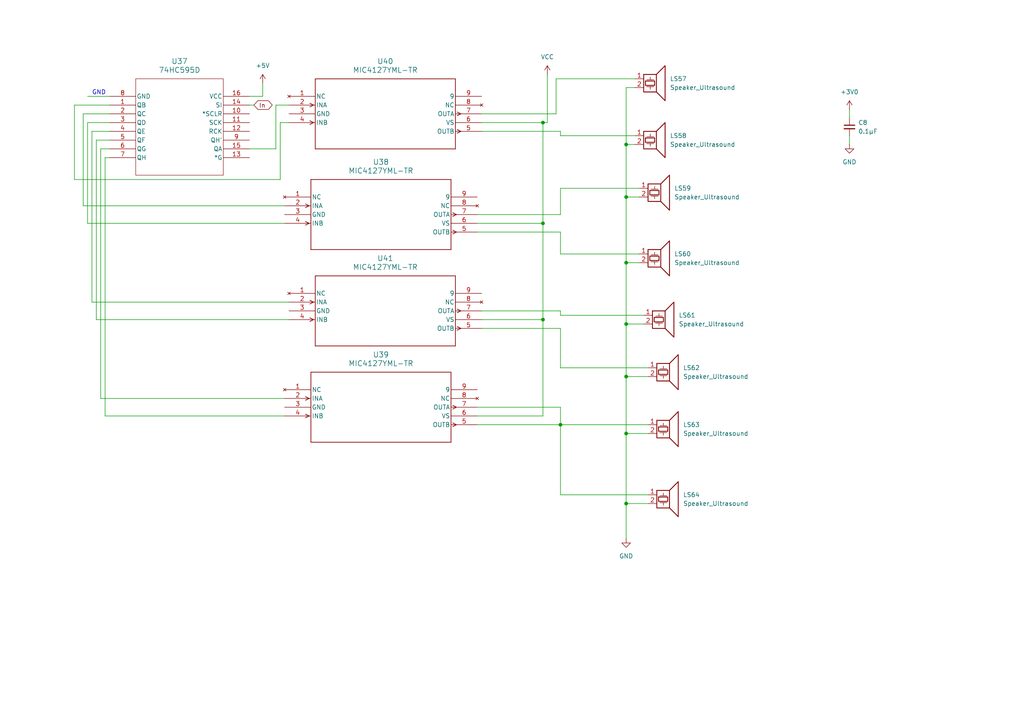
<source format=kicad_sch>
(kicad_sch (version 20250114) (generator "eeschema") (generator_version "9.0")
  (paper "A4")
  (lib_symbols
    (symbol "2025-12-28_09-02-17:MIC4127YML-TR" (pin_names (offset 0.254))
      (property "Reference" "U" (at 27.94 10.16 0))
      (property "Value" "MIC4127YML-TR" (at 27.94 7.62 0))
      (symbol "MIC4127YML-TR_0_1"
        (polyline (pts (xy 7.0993 -2.54) (xy 6.0579 -2.0193)) (stroke (width 0.2032)))
        (polyline (pts (xy 7.0993 -2.54) (xy 6.0579 -3.0607)) (stroke (width 0.2032)))
        (polyline (pts (xy 7.0993 -7.62) (xy 6.0579 -7.0993)) (stroke (width 0.2032)))
        (polyline (pts (xy 7.0993 -7.62) (xy 6.0579 -8.1407)) (stroke (width 0.2032)))
        (polyline (pts (xy 7.62 5.08) (xy 7.62 -15.24)) (stroke (width 0.2032)))
        (polyline (pts (xy 7.62 -15.24) (xy 48.26 -15.24)) (stroke (width 0.2032)))
        (polyline (pts (xy 48.26 5.08) (xy 7.62 5.08)) (stroke (width 0.2032)))
        (polyline (pts (xy 48.26 -15.24) (xy 48.26 5.08)) (stroke (width 0.2032)))
        (polyline (pts (xy 48.7807 -4.5593) (xy 49.8221 -5.08)) (stroke (width 0.2032)))
        (polyline (pts (xy 48.7807 -5.6007) (xy 49.8221 -5.08)) (stroke (width 0.2032)))
        (polyline (pts (xy 48.7807 -9.6393) (xy 49.8221 -10.16)) (stroke (width 0.2032)))
        (polyline (pts (xy 48.7807 -10.6807) (xy 49.8221 -10.16)) (stroke (width 0.2032)))
        (pin no_connect line (at 0 0 0) (length 7.62) (name "NC") (number "1"))
        (pin input line (at 0 -2.54 0) (length 7.62) (name "INA") (number "2"))
        (pin power_in line (at 0 -5.08 0) (length 7.62) (name "GND") (number "3"))
        (pin input line (at 0 -7.62 0) (length 7.62) (name "INB") (number "4"))
        (pin unspecified line (at 55.88 0 180) (length 7.62) (name "9") (number "9"))
        (pin no_connect line (at 55.88 -2.54 180) (length 7.62) (name "NC") (number "8"))
        (pin output line (at 55.88 -5.08 180) (length 7.62) (name "OUTA") (number "7"))
        (pin power_in line (at 55.88 -7.62 180) (length 7.62) (name "VS") (number "6"))
        (pin output line (at 55.88 -10.16 180) (length 7.62) (name "OUTB") (number "5"))
      )
    )
    (symbol "2025-12-28_09-22-42:74HC595D" (pin_names (offset 0.254))
      (property "Reference" "U" (at 20.32 10.16 0))
      (property "Value" "74HC595D" (at 20.32 7.62 0))
      (symbol "74HC595D_0_1"
        (polyline (pts (xy 7.62 5.08) (xy 7.62 -22.86)) (stroke (width 0.127)))
        (polyline (pts (xy 7.62 -22.86) (xy 33.02 -22.86)) (stroke (width 0.127)))
        (polyline (pts (xy 33.02 5.08) (xy 7.62 5.08)) (stroke (width 0.127)))
        (polyline (pts (xy 33.02 -22.86) (xy 33.02 5.08)) (stroke (width 0.127)))
        (pin power_out line (at 0 0 0) (length 7.62) (name "GND") (number "8"))
        (pin output line (at 0 -2.54 0) (length 7.62) (name "QB") (number "1"))
        (pin output line (at 0 -5.08 0) (length 7.62) (name "QC") (number "2"))
        (pin output line (at 0 -7.62 0) (length 7.62) (name "QD") (number "3"))
        (pin output line (at 0 -10.16 0) (length 7.62) (name "QE") (number "4"))
        (pin output line (at 0 -12.7 0) (length 7.62) (name "QF") (number "5"))
        (pin output line (at 0 -15.24 0) (length 7.62) (name "QG") (number "6"))
        (pin output line (at 0 -17.78 0) (length 7.62) (name "QH") (number "7"))
        (pin power_in line (at 40.64 0 180) (length 7.62) (name "VCC") (number "16"))
        (pin input line (at 40.64 -2.54 180) (length 7.62) (name "SI") (number "14"))
        (pin input line (at 40.64 -5.08 180) (length 7.62) (name "*SCLR") (number "10"))
        (pin input line (at 40.64 -7.62 180) (length 7.62) (name "SCK") (number "11"))
        (pin input line (at 40.64 -10.16 180) (length 7.62) (name "RCK") (number "12"))
        (pin output line (at 40.64 -12.7 180) (length 7.62) (name "QH'") (number "9"))
        (pin output line (at 40.64 -15.24 180) (length 7.62) (name "QA") (number "15"))
        (pin input line (at 40.64 -17.78 180) (length 7.62) (name "*G") (number "13"))
      )
    )
    (symbol "Device:C_Small" (pin_numbers (hide yes)) (pin_names (offset 0.254) (hide yes))
      (property "Reference" "C" (at 0.254 1.778 0))
      (property "Value" "C_Small" (at 0.254 -2.032 0))
      (symbol "C_Small_0_1"
        (polyline (pts (xy -1.524 0.508) (xy 1.524 0.508)) (stroke (width 0.3048)))
        (polyline (pts (xy -1.524 -0.508) (xy 1.524 -0.508)) (stroke (width 0.3302)))
      )
      (symbol "C_Small_1_1"
        (pin passive line (at 0 2.54 270) (length 2.032) (name "~") (number "1"))
        (pin passive line (at 0 -2.54 90) (length 2.032) (name "~") (number "2"))
      )
    )
    (symbol "Device:Speaker_Ultrasound" (pin_names (offset 0) (hide yes))
      (property "Reference" "LS" (at 0.635 5.715 0))
      (property "Value" "Speaker_Ultrasound" (at 0.635 3.81 0))
      (symbol "Speaker_Ultrasound_0_0"
        (rectangle (start -2.54 1.27) (end 1.143 -3.81) (stroke (width 0.254)))
        (rectangle (start -2.032 -0.635) (end 0.635 -1.905) (stroke (width 0.254)))
        (polyline (pts (xy -1.651 -0.254) (xy 0.381 -0.254)))
        (polyline (pts (xy -1.651 -2.286) (xy 0.381 -2.286)))
        (polyline (pts (xy -0.635 -0.254) (xy -0.635 0.508)))
        (polyline (pts (xy -0.635 -2.286) (xy -0.635 -3.048)))
        (polyline (pts (xy 1.143 1.27) (xy 3.683 3.81) (xy 3.683 -6.35) (xy 1.143 -3.81)) (stroke (width 0.254)))
      )
      (symbol "Speaker_Ultrasound_1_1"
        (pin input line (at -5.08 0 0) (length 2.54) (name "1") (number "1"))
        (pin input line (at -5.08 -2.54 0) (length 2.54) (name "2") (number "2"))
      )
    )
    (symbol "power:+3V0" (power) (pin_numbers (hide yes)) (pin_names (offset 0) (hide yes))
      (property "Value" "+3V0" (at 0 3.556 0))
      (symbol "+3V0_0_1"
        (polyline (pts (xy -0.762 1.27) (xy 0 2.54)))
        (polyline (pts (xy 0 2.54) (xy 0.762 1.27)))
        (polyline (pts (xy 0 0) (xy 0 2.54)))
      )
      (symbol "+3V0_1_1"
        (pin power_in line (at 0 0 90) (length 0) (name "~") (number "1"))
      )
    )
    (symbol "power:+5V" (power) (pin_numbers (hide yes)) (pin_names (offset 0) (hide yes))
      (property "Value" "+5V" (at 0 3.556 0))
      (symbol "+5V_0_1"
        (polyline (pts (xy -0.762 1.27) (xy 0 2.54)))
        (polyline (pts (xy 0 2.54) (xy 0.762 1.27)))
        (polyline (pts (xy 0 0) (xy 0 2.54)))
      )
      (symbol "+5V_1_1"
        (pin power_in line (at 0 0 90) (length 0) (name "~") (number "1"))
      )
    )
    (symbol "power:GND" (power) (pin_numbers (hide yes)) (pin_names (offset 0) (hide yes))
      (property "Value" "GND" (at 0 -3.81 0))
      (symbol "GND_0_1"
        (polyline (pts (xy 0 0) (xy 0 -1.27) (xy 1.27 -1.27) (xy 0 -2.54) (xy -1.27 -1.27) (xy 0 -1.27)))
      )
      (symbol "GND_1_1"
        (pin power_in line (at 0 0 270) (length 0) (name "~") (number "1"))
      )
    )
    (symbol "power:VCC" (power) (pin_numbers (hide yes)) (pin_names (offset 0) (hide yes))
      (property "Value" "VCC" (at 0 3.556 0))
      (symbol "VCC_0_1"
        (polyline (pts (xy -0.762 1.27) (xy 0 2.54)))
        (polyline (pts (xy 0 2.54) (xy 0.762 1.27)))
        (polyline (pts (xy 0 0) (xy 0 2.54)))
      )
      (symbol "VCC_1_1"
        (pin power_in line (at 0 0 90) (length 0) (name "~") (number "1"))
      )
    )
  )
  (text "GND" (at 28.702 26.924 0) (effects (font (size 1.27 1.27))))
  (junction (at 181.61 146.05))
  (junction (at 181.61 109.22))
  (junction (at 181.61 41.91))
  (junction (at 181.61 125.73))
  (junction (at 157.48 92.71))
  (junction (at 157.48 64.77))
  (junction (at 162.56 123.19))
  (junction (at 157.48 35.56))
  (junction (at 181.61 57.15))
  (junction (at 181.61 93.98))
  (junction (at 181.61 76.2))
  (wire (pts (xy 138.43 123.19) (xy 162.56 123.19)))
  (wire (pts (xy 80.01 43.18) (xy 80.01 30.48)))
  (wire (pts (xy 162.56 73.66) (xy 185.42 73.66)))
  (wire (pts (xy 181.61 125.73) (xy 187.96 125.73)))
  (wire (pts (xy 162.56 38.1) (xy 162.56 39.37)))
  (wire (pts (xy 162.56 90.17) (xy 162.56 91.44)))
  (wire (pts (xy 72.39 30.48) (xy 73.66 30.48)))
  (wire (pts (xy 31.75 43.18) (xy 29.21 43.18)))
  (wire (pts (xy 30.48 120.65) (xy 82.55 120.65)))
  (wire (pts (xy 181.61 76.2) (xy 181.61 93.98)))
  (wire (pts (xy 162.56 123.19) (xy 187.96 123.19)))
  (wire (pts (xy 31.75 30.48) (xy 21.59 30.48)))
  (wire (pts (xy 21.59 52.07) (xy 81.28 52.07)))
  (wire (pts (xy 138.43 64.77) (xy 157.48 64.77)))
  (wire (pts (xy 181.61 109.22) (xy 181.61 125.73)))
  (wire (pts (xy 25.4 35.56) (xy 25.4 64.77)))
  (wire (pts (xy 162.56 95.25) (xy 162.56 106.68)))
  (wire (pts (xy 27.94 92.71) (xy 83.82 92.71)))
  (wire (pts (xy 26.67 87.63) (xy 83.82 87.63)))
  (wire (pts (xy 29.21 115.57) (xy 82.55 115.57)))
  (wire (pts (xy 161.29 33.02) (xy 161.29 22.86)))
  (wire (pts (xy 31.75 45.72) (xy 30.48 45.72)))
  (wire (pts (xy 162.56 106.68) (xy 187.96 106.68)))
  (wire (pts (xy 181.61 41.91) (xy 184.15 41.91)))
  (wire (pts (xy 27.94 40.64) (xy 27.94 92.71)))
  (wire (pts (xy 181.61 93.98) (xy 186.69 93.98)))
  (wire (pts (xy 181.61 93.98) (xy 181.61 109.22)))
  (wire (pts (xy 25.4 27.94) (xy 31.75 27.94)))
  (wire (pts (xy 162.56 143.51) (xy 187.96 143.51)))
  (wire (pts (xy 162.56 54.61) (xy 185.42 54.61)))
  (wire (pts (xy 157.48 92.71) (xy 157.48 120.65)))
  (wire (pts (xy 138.43 67.31) (xy 162.56 67.31)))
  (wire (pts (xy 139.7 95.25) (xy 162.56 95.25)))
  (wire (pts (xy 29.21 43.18) (xy 29.21 115.57)))
  (wire (pts (xy 72.39 43.18) (xy 80.01 43.18)))
  (wire (pts (xy 31.75 35.56) (xy 25.4 35.56)))
  (wire (pts (xy 181.61 109.22) (xy 187.96 109.22)))
  (wire (pts (xy 162.56 118.11) (xy 162.56 123.19)))
  (wire (pts (xy 181.61 41.91) (xy 181.61 57.15)))
  (wire (pts (xy 162.56 67.31) (xy 162.56 73.66)))
  (wire (pts (xy 162.56 91.44) (xy 186.69 91.44)))
  (wire (pts (xy 72.39 27.94) (xy 76.2 27.94)))
  (wire (pts (xy 138.43 118.11) (xy 162.56 118.11)))
  (wire (pts (xy 139.7 35.56) (xy 157.48 35.56)))
  (wire (pts (xy 76.2 24.13) (xy 76.2 27.94)))
  (wire (pts (xy 181.61 146.05) (xy 181.61 156.21)))
  (wire (pts (xy 139.7 92.71) (xy 157.48 92.71)))
  (wire (pts (xy 184.15 25.4) (xy 181.61 25.4)))
  (wire (pts (xy 81.28 35.56) (xy 83.82 35.56)))
  (wire (pts (xy 26.67 38.1) (xy 26.67 87.63)))
  (wire (pts (xy 157.48 35.56) (xy 157.48 64.77)))
  (wire (pts (xy 158.75 21.59) (xy 158.75 35.56)))
  (wire (pts (xy 187.96 146.05) (xy 181.61 146.05)))
  (wire (pts (xy 31.75 33.02) (xy 24.13 33.02)))
  (wire (pts (xy 181.61 57.15) (xy 181.61 76.2)))
  (wire (pts (xy 246.38 31.75) (xy 246.38 34.29)))
  (wire (pts (xy 30.48 45.72) (xy 30.48 120.65)))
  (wire (pts (xy 21.59 30.48) (xy 21.59 52.07)))
  (wire (pts (xy 162.56 39.37) (xy 184.15 39.37)))
  (wire (pts (xy 31.75 38.1) (xy 26.67 38.1)))
  (wire (pts (xy 181.61 57.15) (xy 185.42 57.15)))
  (wire (pts (xy 24.13 59.69) (xy 82.55 59.69)))
  (wire (pts (xy 139.7 38.1) (xy 162.56 38.1)))
  (wire (pts (xy 162.56 123.19) (xy 162.56 143.51)))
  (wire (pts (xy 139.7 90.17) (xy 162.56 90.17)))
  (wire (pts (xy 157.48 35.56) (xy 158.75 35.56)))
  (wire (pts (xy 80.01 30.48) (xy 83.82 30.48)))
  (wire (pts (xy 138.43 120.65) (xy 157.48 120.65)))
  (wire (pts (xy 25.4 64.77) (xy 82.55 64.77)))
  (wire (pts (xy 161.29 22.86) (xy 184.15 22.86)))
  (wire (pts (xy 157.48 64.77) (xy 157.48 92.71)))
  (wire (pts (xy 162.56 62.23) (xy 162.56 54.61)))
  (wire (pts (xy 246.38 39.37) (xy 246.38 41.91)))
  (wire (pts (xy 181.61 25.4) (xy 181.61 41.91)))
  (wire (pts (xy 81.28 52.07) (xy 81.28 35.56)))
  (wire (pts (xy 181.61 76.2) (xy 185.42 76.2)))
  (wire (pts (xy 181.61 125.73) (xy 181.61 146.05)))
  (wire (pts (xy 139.7 33.02) (xy 161.29 33.02)))
  (wire (pts (xy 24.13 33.02) (xy 24.13 59.69)))
  (wire (pts (xy 31.75 40.64) (xy 27.94 40.64)))
  (wire (pts (xy 138.43 62.23) (xy 162.56 62.23)))
  (global_label "In" (shape bidirectional) (at 73.66 30.48 0) (property "Intersheetrefs" "${INTERSHEET_REFS}" (effects (hide yes))))
  (symbol (lib_id "Device:Speaker_Ultrasound") (at 189.23 22.86 0) (unit 1)
    (property "Reference" "LS57" (at 194.31 22.8599 0) (effects (justify left)))
    (property "Value" "Speaker_Ultrasound" (at 194.31 25.3999 0) (effects (justify left)))
    (property "Description" "Ultrasonic transducer" (effects (hide yes)))
  )
  (symbol (lib_id "2025-12-28_09-02-17:MIC4127YML-TR") (at 83.82 27.94 0) (unit 1)
    (property "Reference" "U40" (at 111.76 17.78 0) (effects (font (size 1.524 1.524))))
    (property "Value" "MIC4127YML-TR" (at 111.76 20.32 0) (effects (font (size 1.524 1.524))))
    (property "Footprint" "MLF-8_ML_MCH" (effects (hide yes)))
    (property "Datasheet" "MIC4127YML-TR" (effects (hide yes)))
  )
  (symbol (lib_id "Device:Speaker_Ultrasound") (at 193.04 123.19 0) (unit 1)
    (property "Reference" "LS63" (at 198.12 123.1899 0) (effects (justify left)))
    (property "Value" "Speaker_Ultrasound" (at 198.12 125.7299 0) (effects (justify left)))
    (property "Description" "Ultrasonic transducer" (effects (hide yes)))
  )
  (symbol (lib_id "Device:Speaker_Ultrasound") (at 191.77 91.44 0) (unit 1)
    (property "Reference" "LS61" (at 196.85 91.4399 0) (effects (justify left)))
    (property "Value" "Speaker_Ultrasound" (at 196.85 93.9799 0) (effects (justify left)))
    (property "Description" "Ultrasonic transducer" (effects (hide yes)))
  )
  (symbol (lib_id "Device:Speaker_Ultrasound") (at 190.5 73.66 0) (unit 1)
    (property "Reference" "LS60" (at 195.58 73.6599 0) (effects (justify left)))
    (property "Value" "Speaker_Ultrasound" (at 195.58 76.1999 0) (effects (justify left)))
    (property "Description" "Ultrasonic transducer" (effects (hide yes)))
  )
  (symbol (lib_id "power:GND") (at 181.61 156.21 0) (unit 1)
    (property "Reference" "#PWR038" (effects (hide yes)))
    (property "Value" "GND" (at 181.61 161.29 0))
    (property "Description" "Power symbol creates a global label with name \"GND\" , ground" (effects (hide yes)))
  )
  (symbol (lib_id "2025-12-28_09-22-42:74HC595D") (at 31.75 27.94 0) (unit 1)
    (property "Reference" "U37" (at 52.07 17.78 0) (effects (font (size 1.524 1.524))))
    (property "Value" "74HC595D" (at 52.07 20.32 0) (effects (font (size 1.524 1.524))))
    (property "Footprint" "SOIC16_TOS" (effects (hide yes)))
    (property "Datasheet" "https://toshiba.semicon-storage.com/info/docget.jsp?did=36768&prodName=74HC595D" (effects (hide yes)))
  )
  (symbol (lib_id "Device:C_Small") (at 246.38 36.83 0) (unit 1)
    (property "Reference" "C8" (at 248.92 35.5662 0) (effects (justify left)))
    (property "Value" "0.1μF" (at 248.92 38.1062 0) (effects (justify left)))
    (property "Description" "Unpolarized capacitor, small symbol" (effects (hide yes)))
  )
  (symbol (lib_id "power:VCC") (at 158.75 21.59 0) (unit 1)
    (property "Reference" "#PWR037" (effects (hide yes)))
    (property "Value" "VCC" (at 158.75 16.51 0))
    (property "Description" "Power symbol creates a global label with name \"VCC\"" (effects (hide yes)))
  )
  (symbol (lib_id "2025-12-28_09-02-17:MIC4127YML-TR") (at 82.55 113.03 0) (unit 1)
    (property "Reference" "U39" (at 110.49 102.87 0) (effects (font (size 1.524 1.524))))
    (property "Value" "MIC4127YML-TR" (at 110.49 105.41 0) (effects (font (size 1.524 1.524))))
    (property "Footprint" "MLF-8_ML_MCH" (effects (hide yes)))
    (property "Datasheet" "MIC4127YML-TR" (effects (hide yes)))
  )
  (symbol (lib_id "Device:Speaker_Ultrasound") (at 193.04 106.68 0) (unit 1)
    (property "Reference" "LS62" (at 198.12 106.6799 0) (effects (justify left)))
    (property "Value" "Speaker_Ultrasound" (at 198.12 109.2199 0) (effects (justify left)))
    (property "Description" "Ultrasonic transducer" (effects (hide yes)))
  )
  (symbol (lib_id "power:GND") (at 246.38 41.91 0) (unit 1)
    (property "Reference" "#PWR040" (effects (hide yes)))
    (property "Value" "GND" (at 246.38 46.99 0))
    (property "Description" "Power symbol creates a global label with name \"GND\" , ground" (effects (hide yes)))
  )
  (symbol (lib_id "Device:Speaker_Ultrasound") (at 190.5 54.61 0) (unit 1)
    (property "Reference" "LS59" (at 195.58 54.6099 0) (effects (justify left)))
    (property "Value" "Speaker_Ultrasound" (at 195.58 57.1499 0) (effects (justify left)))
    (property "Description" "Ultrasonic transducer" (effects (hide yes)))
  )
  (symbol (lib_id "2025-12-28_09-02-17:MIC4127YML-TR") (at 82.55 57.15 0) (unit 1)
    (property "Reference" "U38" (at 110.49 46.99 0) (effects (font (size 1.524 1.524))))
    (property "Value" "MIC4127YML-TR" (at 110.49 49.53 0) (effects (font (size 1.524 1.524))))
    (property "Footprint" "MLF-8_ML_MCH" (effects (hide yes)))
    (property "Datasheet" "MIC4127YML-TR" (effects (hide yes)))
  )
  (symbol (lib_id "Device:Speaker_Ultrasound") (at 193.04 143.51 0) (unit 1)
    (property "Reference" "LS64" (at 198.12 143.5099 0) (effects (justify left)))
    (property "Value" "Speaker_Ultrasound" (at 198.12 146.0499 0) (effects (justify left)))
    (property "Description" "Ultrasonic transducer" (effects (hide yes)))
  )
  (symbol (lib_id "power:+3V0") (at 246.38 31.75 0) (unit 1)
    (property "Reference" "#PWR039" (effects (hide yes)))
    (property "Value" "+3V0" (at 246.38 26.67 0))
    (property "Description" "Power symbol creates a global label with name \"+3V0\"" (effects (hide yes)))
  )
  (symbol (lib_id "power:+5V") (at 76.2 24.13 0) (unit 1)
    (property "Reference" "#PWR036" (effects (hide yes)))
    (property "Value" "+5V" (at 76.2 19.05 0))
    (property "Description" "Power symbol creates a global label with name \"+5V\"" (effects (hide yes)))
  )
  (symbol (lib_id "2025-12-28_09-02-17:MIC4127YML-TR") (at 83.82 85.09 0) (unit 1)
    (property "Reference" "U41" (at 111.76 74.93 0) (effects (font (size 1.524 1.524))))
    (property "Value" "MIC4127YML-TR" (at 111.76 77.47 0) (effects (font (size 1.524 1.524))))
    (property "Footprint" "MLF-8_ML_MCH" (effects (hide yes)))
    (property "Datasheet" "MIC4127YML-TR" (effects (hide yes)))
  )
  (symbol (lib_id "Device:Speaker_Ultrasound") (at 189.23 39.37 0) (unit 1)
    (property "Reference" "LS58" (at 194.31 39.3699 0) (effects (justify left)))
    (property "Value" "Speaker_Ultrasound" (at 194.31 41.9099 0) (effects (justify left)))
    (property "Description" "Ultrasonic transducer" (effects (hide yes)))
  )
)
</source>
